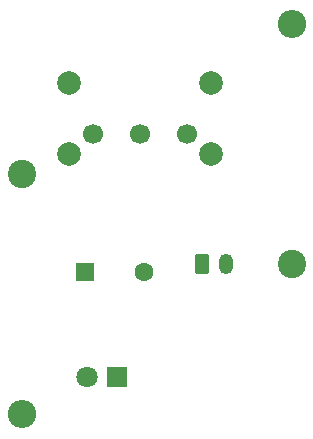
<source format=gbr>
%TF.GenerationSoftware,KiCad,Pcbnew,(6.0.10)*%
%TF.CreationDate,2023-02-17T12:11:47-08:00*%
%TF.ProjectId,lab4p1,6c616234-7031-42e6-9b69-6361645f7063,rev?*%
%TF.SameCoordinates,Original*%
%TF.FileFunction,Soldermask,Top*%
%TF.FilePolarity,Negative*%
%FSLAX46Y46*%
G04 Gerber Fmt 4.6, Leading zero omitted, Abs format (unit mm)*
G04 Created by KiCad (PCBNEW (6.0.10)) date 2023-02-17 12:11:47*
%MOMM*%
%LPD*%
G01*
G04 APERTURE LIST*
G04 Aperture macros list*
%AMRoundRect*
0 Rectangle with rounded corners*
0 $1 Rounding radius*
0 $2 $3 $4 $5 $6 $7 $8 $9 X,Y pos of 4 corners*
0 Add a 4 corners polygon primitive as box body*
4,1,4,$2,$3,$4,$5,$6,$7,$8,$9,$2,$3,0*
0 Add four circle primitives for the rounded corners*
1,1,$1+$1,$2,$3*
1,1,$1+$1,$4,$5*
1,1,$1+$1,$6,$7*
1,1,$1+$1,$8,$9*
0 Add four rect primitives between the rounded corners*
20,1,$1+$1,$2,$3,$4,$5,0*
20,1,$1+$1,$4,$5,$6,$7,0*
20,1,$1+$1,$6,$7,$8,$9,0*
20,1,$1+$1,$8,$9,$2,$3,0*%
G04 Aperture macros list end*
%ADD10C,2.400000*%
%ADD11O,2.400000X2.400000*%
%ADD12RoundRect,0.250000X-0.350000X-0.625000X0.350000X-0.625000X0.350000X0.625000X-0.350000X0.625000X0*%
%ADD13O,1.200000X1.750000*%
%ADD14R,1.800000X1.800000*%
%ADD15C,1.800000*%
%ADD16C,2.000000*%
%ADD17C,1.700000*%
%ADD18R,1.600000X1.600000*%
%ADD19C,1.600000*%
G04 APERTURE END LIST*
D10*
%TO.C,R1*%
X111217500Y-66872500D03*
D11*
X111217500Y-87192500D03*
%TD*%
D10*
%TO.C,R2*%
X134077500Y-74492500D03*
D11*
X134077500Y-54172500D03*
%TD*%
D12*
%TO.C,J1*%
X126482500Y-74492500D03*
D13*
X128482500Y-74492500D03*
%TD*%
D14*
%TO.C,D1*%
X119327516Y-84056746D03*
D15*
X116787516Y-84056746D03*
%TD*%
D16*
%TO.C,SW1*%
X127237500Y-59165000D03*
X115237500Y-59165000D03*
X127237500Y-65165000D03*
X115237500Y-65165000D03*
D17*
X125237500Y-63415000D03*
X121237500Y-63415000D03*
X117237500Y-63415000D03*
%TD*%
D18*
%TO.C,C1*%
X116609509Y-75132500D03*
D19*
X121609509Y-75132500D03*
%TD*%
M02*

</source>
